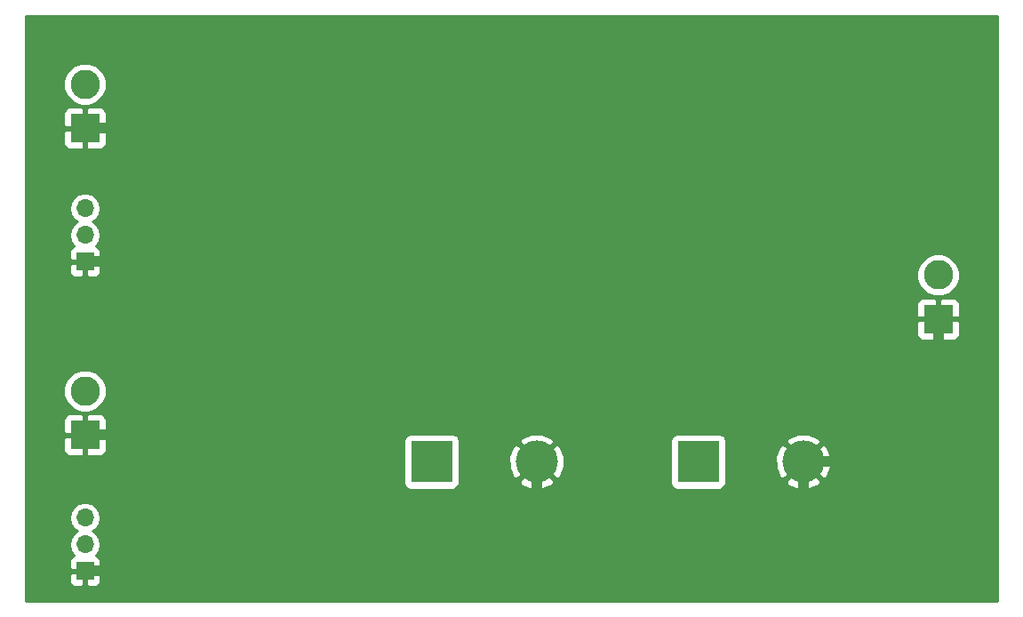
<source format=gbr>
G04 #@! TF.FileFunction,Copper,L2,Bot,Signal*
%FSLAX46Y46*%
G04 Gerber Fmt 4.6, Leading zero omitted, Abs format (unit mm)*
G04 Created by KiCad (PCBNEW 4.0.7-e2-6376~58~ubuntu16.04.1) date Fri Dec  8 16:26:48 2017*
%MOMM*%
%LPD*%
G01*
G04 APERTURE LIST*
%ADD10C,0.100000*%
%ADD11R,4.000000X4.000000*%
%ADD12C,4.000000*%
%ADD13R,2.800000X2.800000*%
%ADD14C,2.800000*%
%ADD15R,1.700000X1.700000*%
%ADD16O,1.700000X1.700000*%
%ADD17C,1.000000*%
%ADD18C,0.254000*%
G04 APERTURE END LIST*
D10*
D11*
X153670000Y-88900000D03*
D12*
X163670000Y-88900000D03*
D11*
X179070000Y-88900000D03*
D12*
X189070000Y-88900000D03*
D13*
X120650000Y-57150000D03*
D14*
X120650000Y-52950000D03*
D13*
X120650000Y-86360000D03*
D14*
X120650000Y-82160000D03*
D13*
X201930000Y-75320000D03*
D14*
X201930000Y-71120000D03*
D15*
X120650000Y-69850000D03*
D16*
X120650000Y-67310000D03*
X120650000Y-64770000D03*
D15*
X120650000Y-99314000D03*
D16*
X120650000Y-96774000D03*
X120650000Y-94234000D03*
D17*
X197104000Y-88900000D02*
X201930000Y-84074000D01*
X201930000Y-84074000D02*
X201930000Y-75320000D01*
X189070000Y-88900000D02*
X197104000Y-88900000D01*
X186182000Y-95504000D02*
X189070000Y-92616000D01*
X189070000Y-92616000D02*
X189070000Y-88900000D01*
X167445573Y-95504000D02*
X186182000Y-95504000D01*
X163670000Y-91728427D02*
X167445573Y-95504000D01*
X124968000Y-58928000D02*
X123190000Y-57150000D01*
X123190000Y-57150000D02*
X120650000Y-57150000D01*
X124968000Y-67382000D02*
X124968000Y-58928000D01*
X120650000Y-69850000D02*
X122500000Y-69850000D01*
X122500000Y-69850000D02*
X124968000Y-67382000D01*
X124714000Y-70866000D02*
X123698000Y-69850000D01*
X123698000Y-69850000D02*
X120650000Y-69850000D01*
X124714000Y-84696000D02*
X124714000Y-70866000D01*
X120650000Y-86360000D02*
X123050000Y-86360000D01*
X123050000Y-86360000D02*
X124714000Y-84696000D01*
X126492000Y-88900000D02*
X123952000Y-86360000D01*
X123952000Y-86360000D02*
X120650000Y-86360000D01*
X126492000Y-95322000D02*
X126492000Y-88900000D01*
X122500000Y-99314000D02*
X126492000Y-95322000D01*
X163670000Y-88900000D02*
X163670000Y-91728427D01*
X163670000Y-91728427D02*
X156084427Y-99314000D01*
X156084427Y-99314000D02*
X122500000Y-99314000D01*
X122500000Y-99314000D02*
X120650000Y-99314000D01*
D18*
G36*
X207570000Y-102160000D02*
X115010000Y-102160000D01*
X115010000Y-99599750D01*
X119165000Y-99599750D01*
X119165000Y-100290310D01*
X119261673Y-100523699D01*
X119440302Y-100702327D01*
X119673691Y-100799000D01*
X120364250Y-100799000D01*
X120523000Y-100640250D01*
X120523000Y-99441000D01*
X120777000Y-99441000D01*
X120777000Y-100640250D01*
X120935750Y-100799000D01*
X121626309Y-100799000D01*
X121859698Y-100702327D01*
X122038327Y-100523699D01*
X122135000Y-100290310D01*
X122135000Y-99599750D01*
X121976250Y-99441000D01*
X120777000Y-99441000D01*
X120523000Y-99441000D01*
X119323750Y-99441000D01*
X119165000Y-99599750D01*
X115010000Y-99599750D01*
X115010000Y-94234000D01*
X119135907Y-94234000D01*
X119248946Y-94802285D01*
X119570853Y-95284054D01*
X119900026Y-95504000D01*
X119570853Y-95723946D01*
X119248946Y-96205715D01*
X119135907Y-96774000D01*
X119248946Y-97342285D01*
X119570853Y-97824054D01*
X119614777Y-97853403D01*
X119440302Y-97925673D01*
X119261673Y-98104301D01*
X119165000Y-98337690D01*
X119165000Y-99028250D01*
X119323750Y-99187000D01*
X120523000Y-99187000D01*
X120523000Y-99167000D01*
X120777000Y-99167000D01*
X120777000Y-99187000D01*
X121976250Y-99187000D01*
X122135000Y-99028250D01*
X122135000Y-98337690D01*
X122038327Y-98104301D01*
X121859698Y-97925673D01*
X121685223Y-97853403D01*
X121729147Y-97824054D01*
X122051054Y-97342285D01*
X122164093Y-96774000D01*
X122051054Y-96205715D01*
X121729147Y-95723946D01*
X121399974Y-95504000D01*
X121729147Y-95284054D01*
X122051054Y-94802285D01*
X122164093Y-94234000D01*
X122051054Y-93665715D01*
X121729147Y-93183946D01*
X121247378Y-92862039D01*
X120679093Y-92749000D01*
X120620907Y-92749000D01*
X120052622Y-92862039D01*
X119570853Y-93183946D01*
X119248946Y-93665715D01*
X119135907Y-94234000D01*
X115010000Y-94234000D01*
X115010000Y-86645750D01*
X118615000Y-86645750D01*
X118615000Y-87886310D01*
X118711673Y-88119699D01*
X118890302Y-88298327D01*
X119123691Y-88395000D01*
X120364250Y-88395000D01*
X120523000Y-88236250D01*
X120523000Y-86487000D01*
X120777000Y-86487000D01*
X120777000Y-88236250D01*
X120935750Y-88395000D01*
X122176309Y-88395000D01*
X122409698Y-88298327D01*
X122588327Y-88119699D01*
X122685000Y-87886310D01*
X122685000Y-86900000D01*
X151022560Y-86900000D01*
X151022560Y-90900000D01*
X151066838Y-91135317D01*
X151205910Y-91351441D01*
X151418110Y-91496431D01*
X151670000Y-91547440D01*
X155670000Y-91547440D01*
X155905317Y-91503162D01*
X156121441Y-91364090D01*
X156266431Y-91151890D01*
X156317440Y-90900000D01*
X156317440Y-90775022D01*
X161974584Y-90775022D01*
X162195353Y-91145743D01*
X163167012Y-91539119D01*
X164215247Y-91530713D01*
X165144647Y-91145743D01*
X165365416Y-90775022D01*
X163670000Y-89079605D01*
X161974584Y-90775022D01*
X156317440Y-90775022D01*
X156317440Y-88397012D01*
X161030881Y-88397012D01*
X161039287Y-89445247D01*
X161424257Y-90374647D01*
X161794978Y-90595416D01*
X163490395Y-88900000D01*
X163849605Y-88900000D01*
X165545022Y-90595416D01*
X165915743Y-90374647D01*
X166309119Y-89402988D01*
X166300713Y-88354753D01*
X165915743Y-87425353D01*
X165545022Y-87204584D01*
X163849605Y-88900000D01*
X163490395Y-88900000D01*
X161794978Y-87204584D01*
X161424257Y-87425353D01*
X161030881Y-88397012D01*
X156317440Y-88397012D01*
X156317440Y-87024978D01*
X161974584Y-87024978D01*
X163670000Y-88720395D01*
X165365416Y-87024978D01*
X165290991Y-86900000D01*
X176422560Y-86900000D01*
X176422560Y-90900000D01*
X176466838Y-91135317D01*
X176605910Y-91351441D01*
X176818110Y-91496431D01*
X177070000Y-91547440D01*
X181070000Y-91547440D01*
X181305317Y-91503162D01*
X181521441Y-91364090D01*
X181666431Y-91151890D01*
X181717440Y-90900000D01*
X181717440Y-90775022D01*
X187374584Y-90775022D01*
X187595353Y-91145743D01*
X188567012Y-91539119D01*
X189615247Y-91530713D01*
X190544647Y-91145743D01*
X190765416Y-90775022D01*
X189070000Y-89079605D01*
X187374584Y-90775022D01*
X181717440Y-90775022D01*
X181717440Y-88397012D01*
X186430881Y-88397012D01*
X186439287Y-89445247D01*
X186824257Y-90374647D01*
X187194978Y-90595416D01*
X188890395Y-88900000D01*
X189249605Y-88900000D01*
X190945022Y-90595416D01*
X191315743Y-90374647D01*
X191709119Y-89402988D01*
X191700713Y-88354753D01*
X191315743Y-87425353D01*
X190945022Y-87204584D01*
X189249605Y-88900000D01*
X188890395Y-88900000D01*
X187194978Y-87204584D01*
X186824257Y-87425353D01*
X186430881Y-88397012D01*
X181717440Y-88397012D01*
X181717440Y-87024978D01*
X187374584Y-87024978D01*
X189070000Y-88720395D01*
X190765416Y-87024978D01*
X190544647Y-86654257D01*
X189572988Y-86260881D01*
X188524753Y-86269287D01*
X187595353Y-86654257D01*
X187374584Y-87024978D01*
X181717440Y-87024978D01*
X181717440Y-86900000D01*
X181673162Y-86664683D01*
X181534090Y-86448559D01*
X181321890Y-86303569D01*
X181070000Y-86252560D01*
X177070000Y-86252560D01*
X176834683Y-86296838D01*
X176618559Y-86435910D01*
X176473569Y-86648110D01*
X176422560Y-86900000D01*
X165290991Y-86900000D01*
X165144647Y-86654257D01*
X164172988Y-86260881D01*
X163124753Y-86269287D01*
X162195353Y-86654257D01*
X161974584Y-87024978D01*
X156317440Y-87024978D01*
X156317440Y-86900000D01*
X156273162Y-86664683D01*
X156134090Y-86448559D01*
X155921890Y-86303569D01*
X155670000Y-86252560D01*
X151670000Y-86252560D01*
X151434683Y-86296838D01*
X151218559Y-86435910D01*
X151073569Y-86648110D01*
X151022560Y-86900000D01*
X122685000Y-86900000D01*
X122685000Y-86645750D01*
X122526250Y-86487000D01*
X120777000Y-86487000D01*
X120523000Y-86487000D01*
X118773750Y-86487000D01*
X118615000Y-86645750D01*
X115010000Y-86645750D01*
X115010000Y-84833690D01*
X118615000Y-84833690D01*
X118615000Y-86074250D01*
X118773750Y-86233000D01*
X120523000Y-86233000D01*
X120523000Y-84483750D01*
X120777000Y-84483750D01*
X120777000Y-86233000D01*
X122526250Y-86233000D01*
X122685000Y-86074250D01*
X122685000Y-84833690D01*
X122588327Y-84600301D01*
X122409698Y-84421673D01*
X122176309Y-84325000D01*
X120935750Y-84325000D01*
X120777000Y-84483750D01*
X120523000Y-84483750D01*
X120364250Y-84325000D01*
X119123691Y-84325000D01*
X118890302Y-84421673D01*
X118711673Y-84600301D01*
X118615000Y-84833690D01*
X115010000Y-84833690D01*
X115010000Y-82563011D01*
X118614648Y-82563011D01*
X118923805Y-83311229D01*
X119495760Y-83884183D01*
X120243438Y-84194646D01*
X121053011Y-84195352D01*
X121801229Y-83886195D01*
X122374183Y-83314240D01*
X122684646Y-82566562D01*
X122685352Y-81756989D01*
X122376195Y-81008771D01*
X121804240Y-80435817D01*
X121056562Y-80125354D01*
X120246989Y-80124648D01*
X119498771Y-80433805D01*
X118925817Y-81005760D01*
X118615354Y-81753438D01*
X118614648Y-82563011D01*
X115010000Y-82563011D01*
X115010000Y-75605750D01*
X199895000Y-75605750D01*
X199895000Y-76846310D01*
X199991673Y-77079699D01*
X200170302Y-77258327D01*
X200403691Y-77355000D01*
X201644250Y-77355000D01*
X201803000Y-77196250D01*
X201803000Y-75447000D01*
X202057000Y-75447000D01*
X202057000Y-77196250D01*
X202215750Y-77355000D01*
X203456309Y-77355000D01*
X203689698Y-77258327D01*
X203868327Y-77079699D01*
X203965000Y-76846310D01*
X203965000Y-75605750D01*
X203806250Y-75447000D01*
X202057000Y-75447000D01*
X201803000Y-75447000D01*
X200053750Y-75447000D01*
X199895000Y-75605750D01*
X115010000Y-75605750D01*
X115010000Y-73793690D01*
X199895000Y-73793690D01*
X199895000Y-75034250D01*
X200053750Y-75193000D01*
X201803000Y-75193000D01*
X201803000Y-73443750D01*
X202057000Y-73443750D01*
X202057000Y-75193000D01*
X203806250Y-75193000D01*
X203965000Y-75034250D01*
X203965000Y-73793690D01*
X203868327Y-73560301D01*
X203689698Y-73381673D01*
X203456309Y-73285000D01*
X202215750Y-73285000D01*
X202057000Y-73443750D01*
X201803000Y-73443750D01*
X201644250Y-73285000D01*
X200403691Y-73285000D01*
X200170302Y-73381673D01*
X199991673Y-73560301D01*
X199895000Y-73793690D01*
X115010000Y-73793690D01*
X115010000Y-71523011D01*
X199894648Y-71523011D01*
X200203805Y-72271229D01*
X200775760Y-72844183D01*
X201523438Y-73154646D01*
X202333011Y-73155352D01*
X203081229Y-72846195D01*
X203654183Y-72274240D01*
X203964646Y-71526562D01*
X203965352Y-70716989D01*
X203656195Y-69968771D01*
X203084240Y-69395817D01*
X202336562Y-69085354D01*
X201526989Y-69084648D01*
X200778771Y-69393805D01*
X200205817Y-69965760D01*
X199895354Y-70713438D01*
X199894648Y-71523011D01*
X115010000Y-71523011D01*
X115010000Y-70135750D01*
X119165000Y-70135750D01*
X119165000Y-70826310D01*
X119261673Y-71059699D01*
X119440302Y-71238327D01*
X119673691Y-71335000D01*
X120364250Y-71335000D01*
X120523000Y-71176250D01*
X120523000Y-69977000D01*
X120777000Y-69977000D01*
X120777000Y-71176250D01*
X120935750Y-71335000D01*
X121626309Y-71335000D01*
X121859698Y-71238327D01*
X122038327Y-71059699D01*
X122135000Y-70826310D01*
X122135000Y-70135750D01*
X121976250Y-69977000D01*
X120777000Y-69977000D01*
X120523000Y-69977000D01*
X119323750Y-69977000D01*
X119165000Y-70135750D01*
X115010000Y-70135750D01*
X115010000Y-64770000D01*
X119135907Y-64770000D01*
X119248946Y-65338285D01*
X119570853Y-65820054D01*
X119900026Y-66040000D01*
X119570853Y-66259946D01*
X119248946Y-66741715D01*
X119135907Y-67310000D01*
X119248946Y-67878285D01*
X119570853Y-68360054D01*
X119614777Y-68389403D01*
X119440302Y-68461673D01*
X119261673Y-68640301D01*
X119165000Y-68873690D01*
X119165000Y-69564250D01*
X119323750Y-69723000D01*
X120523000Y-69723000D01*
X120523000Y-69703000D01*
X120777000Y-69703000D01*
X120777000Y-69723000D01*
X121976250Y-69723000D01*
X122135000Y-69564250D01*
X122135000Y-68873690D01*
X122038327Y-68640301D01*
X121859698Y-68461673D01*
X121685223Y-68389403D01*
X121729147Y-68360054D01*
X122051054Y-67878285D01*
X122164093Y-67310000D01*
X122051054Y-66741715D01*
X121729147Y-66259946D01*
X121399974Y-66040000D01*
X121729147Y-65820054D01*
X122051054Y-65338285D01*
X122164093Y-64770000D01*
X122051054Y-64201715D01*
X121729147Y-63719946D01*
X121247378Y-63398039D01*
X120679093Y-63285000D01*
X120620907Y-63285000D01*
X120052622Y-63398039D01*
X119570853Y-63719946D01*
X119248946Y-64201715D01*
X119135907Y-64770000D01*
X115010000Y-64770000D01*
X115010000Y-57435750D01*
X118615000Y-57435750D01*
X118615000Y-58676310D01*
X118711673Y-58909699D01*
X118890302Y-59088327D01*
X119123691Y-59185000D01*
X120364250Y-59185000D01*
X120523000Y-59026250D01*
X120523000Y-57277000D01*
X120777000Y-57277000D01*
X120777000Y-59026250D01*
X120935750Y-59185000D01*
X122176309Y-59185000D01*
X122409698Y-59088327D01*
X122588327Y-58909699D01*
X122685000Y-58676310D01*
X122685000Y-57435750D01*
X122526250Y-57277000D01*
X120777000Y-57277000D01*
X120523000Y-57277000D01*
X118773750Y-57277000D01*
X118615000Y-57435750D01*
X115010000Y-57435750D01*
X115010000Y-55623690D01*
X118615000Y-55623690D01*
X118615000Y-56864250D01*
X118773750Y-57023000D01*
X120523000Y-57023000D01*
X120523000Y-55273750D01*
X120777000Y-55273750D01*
X120777000Y-57023000D01*
X122526250Y-57023000D01*
X122685000Y-56864250D01*
X122685000Y-55623690D01*
X122588327Y-55390301D01*
X122409698Y-55211673D01*
X122176309Y-55115000D01*
X120935750Y-55115000D01*
X120777000Y-55273750D01*
X120523000Y-55273750D01*
X120364250Y-55115000D01*
X119123691Y-55115000D01*
X118890302Y-55211673D01*
X118711673Y-55390301D01*
X118615000Y-55623690D01*
X115010000Y-55623690D01*
X115010000Y-53353011D01*
X118614648Y-53353011D01*
X118923805Y-54101229D01*
X119495760Y-54674183D01*
X120243438Y-54984646D01*
X121053011Y-54985352D01*
X121801229Y-54676195D01*
X122374183Y-54104240D01*
X122684646Y-53356562D01*
X122685352Y-52546989D01*
X122376195Y-51798771D01*
X121804240Y-51225817D01*
X121056562Y-50915354D01*
X120246989Y-50914648D01*
X119498771Y-51223805D01*
X118925817Y-51795760D01*
X118615354Y-52543438D01*
X118614648Y-53353011D01*
X115010000Y-53353011D01*
X115010000Y-46430000D01*
X207570000Y-46430000D01*
X207570000Y-102160000D01*
X207570000Y-102160000D01*
G37*
X207570000Y-102160000D02*
X115010000Y-102160000D01*
X115010000Y-99599750D01*
X119165000Y-99599750D01*
X119165000Y-100290310D01*
X119261673Y-100523699D01*
X119440302Y-100702327D01*
X119673691Y-100799000D01*
X120364250Y-100799000D01*
X120523000Y-100640250D01*
X120523000Y-99441000D01*
X120777000Y-99441000D01*
X120777000Y-100640250D01*
X120935750Y-100799000D01*
X121626309Y-100799000D01*
X121859698Y-100702327D01*
X122038327Y-100523699D01*
X122135000Y-100290310D01*
X122135000Y-99599750D01*
X121976250Y-99441000D01*
X120777000Y-99441000D01*
X120523000Y-99441000D01*
X119323750Y-99441000D01*
X119165000Y-99599750D01*
X115010000Y-99599750D01*
X115010000Y-94234000D01*
X119135907Y-94234000D01*
X119248946Y-94802285D01*
X119570853Y-95284054D01*
X119900026Y-95504000D01*
X119570853Y-95723946D01*
X119248946Y-96205715D01*
X119135907Y-96774000D01*
X119248946Y-97342285D01*
X119570853Y-97824054D01*
X119614777Y-97853403D01*
X119440302Y-97925673D01*
X119261673Y-98104301D01*
X119165000Y-98337690D01*
X119165000Y-99028250D01*
X119323750Y-99187000D01*
X120523000Y-99187000D01*
X120523000Y-99167000D01*
X120777000Y-99167000D01*
X120777000Y-99187000D01*
X121976250Y-99187000D01*
X122135000Y-99028250D01*
X122135000Y-98337690D01*
X122038327Y-98104301D01*
X121859698Y-97925673D01*
X121685223Y-97853403D01*
X121729147Y-97824054D01*
X122051054Y-97342285D01*
X122164093Y-96774000D01*
X122051054Y-96205715D01*
X121729147Y-95723946D01*
X121399974Y-95504000D01*
X121729147Y-95284054D01*
X122051054Y-94802285D01*
X122164093Y-94234000D01*
X122051054Y-93665715D01*
X121729147Y-93183946D01*
X121247378Y-92862039D01*
X120679093Y-92749000D01*
X120620907Y-92749000D01*
X120052622Y-92862039D01*
X119570853Y-93183946D01*
X119248946Y-93665715D01*
X119135907Y-94234000D01*
X115010000Y-94234000D01*
X115010000Y-86645750D01*
X118615000Y-86645750D01*
X118615000Y-87886310D01*
X118711673Y-88119699D01*
X118890302Y-88298327D01*
X119123691Y-88395000D01*
X120364250Y-88395000D01*
X120523000Y-88236250D01*
X120523000Y-86487000D01*
X120777000Y-86487000D01*
X120777000Y-88236250D01*
X120935750Y-88395000D01*
X122176309Y-88395000D01*
X122409698Y-88298327D01*
X122588327Y-88119699D01*
X122685000Y-87886310D01*
X122685000Y-86900000D01*
X151022560Y-86900000D01*
X151022560Y-90900000D01*
X151066838Y-91135317D01*
X151205910Y-91351441D01*
X151418110Y-91496431D01*
X151670000Y-91547440D01*
X155670000Y-91547440D01*
X155905317Y-91503162D01*
X156121441Y-91364090D01*
X156266431Y-91151890D01*
X156317440Y-90900000D01*
X156317440Y-90775022D01*
X161974584Y-90775022D01*
X162195353Y-91145743D01*
X163167012Y-91539119D01*
X164215247Y-91530713D01*
X165144647Y-91145743D01*
X165365416Y-90775022D01*
X163670000Y-89079605D01*
X161974584Y-90775022D01*
X156317440Y-90775022D01*
X156317440Y-88397012D01*
X161030881Y-88397012D01*
X161039287Y-89445247D01*
X161424257Y-90374647D01*
X161794978Y-90595416D01*
X163490395Y-88900000D01*
X163849605Y-88900000D01*
X165545022Y-90595416D01*
X165915743Y-90374647D01*
X166309119Y-89402988D01*
X166300713Y-88354753D01*
X165915743Y-87425353D01*
X165545022Y-87204584D01*
X163849605Y-88900000D01*
X163490395Y-88900000D01*
X161794978Y-87204584D01*
X161424257Y-87425353D01*
X161030881Y-88397012D01*
X156317440Y-88397012D01*
X156317440Y-87024978D01*
X161974584Y-87024978D01*
X163670000Y-88720395D01*
X165365416Y-87024978D01*
X165290991Y-86900000D01*
X176422560Y-86900000D01*
X176422560Y-90900000D01*
X176466838Y-91135317D01*
X176605910Y-91351441D01*
X176818110Y-91496431D01*
X177070000Y-91547440D01*
X181070000Y-91547440D01*
X181305317Y-91503162D01*
X181521441Y-91364090D01*
X181666431Y-91151890D01*
X181717440Y-90900000D01*
X181717440Y-90775022D01*
X187374584Y-90775022D01*
X187595353Y-91145743D01*
X188567012Y-91539119D01*
X189615247Y-91530713D01*
X190544647Y-91145743D01*
X190765416Y-90775022D01*
X189070000Y-89079605D01*
X187374584Y-90775022D01*
X181717440Y-90775022D01*
X181717440Y-88397012D01*
X186430881Y-88397012D01*
X186439287Y-89445247D01*
X186824257Y-90374647D01*
X187194978Y-90595416D01*
X188890395Y-88900000D01*
X189249605Y-88900000D01*
X190945022Y-90595416D01*
X191315743Y-90374647D01*
X191709119Y-89402988D01*
X191700713Y-88354753D01*
X191315743Y-87425353D01*
X190945022Y-87204584D01*
X189249605Y-88900000D01*
X188890395Y-88900000D01*
X187194978Y-87204584D01*
X186824257Y-87425353D01*
X186430881Y-88397012D01*
X181717440Y-88397012D01*
X181717440Y-87024978D01*
X187374584Y-87024978D01*
X189070000Y-88720395D01*
X190765416Y-87024978D01*
X190544647Y-86654257D01*
X189572988Y-86260881D01*
X188524753Y-86269287D01*
X187595353Y-86654257D01*
X187374584Y-87024978D01*
X181717440Y-87024978D01*
X181717440Y-86900000D01*
X181673162Y-86664683D01*
X181534090Y-86448559D01*
X181321890Y-86303569D01*
X181070000Y-86252560D01*
X177070000Y-86252560D01*
X176834683Y-86296838D01*
X176618559Y-86435910D01*
X176473569Y-86648110D01*
X176422560Y-86900000D01*
X165290991Y-86900000D01*
X165144647Y-86654257D01*
X164172988Y-86260881D01*
X163124753Y-86269287D01*
X162195353Y-86654257D01*
X161974584Y-87024978D01*
X156317440Y-87024978D01*
X156317440Y-86900000D01*
X156273162Y-86664683D01*
X156134090Y-86448559D01*
X155921890Y-86303569D01*
X155670000Y-86252560D01*
X151670000Y-86252560D01*
X151434683Y-86296838D01*
X151218559Y-86435910D01*
X151073569Y-86648110D01*
X151022560Y-86900000D01*
X122685000Y-86900000D01*
X122685000Y-86645750D01*
X122526250Y-86487000D01*
X120777000Y-86487000D01*
X120523000Y-86487000D01*
X118773750Y-86487000D01*
X118615000Y-86645750D01*
X115010000Y-86645750D01*
X115010000Y-84833690D01*
X118615000Y-84833690D01*
X118615000Y-86074250D01*
X118773750Y-86233000D01*
X120523000Y-86233000D01*
X120523000Y-84483750D01*
X120777000Y-84483750D01*
X120777000Y-86233000D01*
X122526250Y-86233000D01*
X122685000Y-86074250D01*
X122685000Y-84833690D01*
X122588327Y-84600301D01*
X122409698Y-84421673D01*
X122176309Y-84325000D01*
X120935750Y-84325000D01*
X120777000Y-84483750D01*
X120523000Y-84483750D01*
X120364250Y-84325000D01*
X119123691Y-84325000D01*
X118890302Y-84421673D01*
X118711673Y-84600301D01*
X118615000Y-84833690D01*
X115010000Y-84833690D01*
X115010000Y-82563011D01*
X118614648Y-82563011D01*
X118923805Y-83311229D01*
X119495760Y-83884183D01*
X120243438Y-84194646D01*
X121053011Y-84195352D01*
X121801229Y-83886195D01*
X122374183Y-83314240D01*
X122684646Y-82566562D01*
X122685352Y-81756989D01*
X122376195Y-81008771D01*
X121804240Y-80435817D01*
X121056562Y-80125354D01*
X120246989Y-80124648D01*
X119498771Y-80433805D01*
X118925817Y-81005760D01*
X118615354Y-81753438D01*
X118614648Y-82563011D01*
X115010000Y-82563011D01*
X115010000Y-75605750D01*
X199895000Y-75605750D01*
X199895000Y-76846310D01*
X199991673Y-77079699D01*
X200170302Y-77258327D01*
X200403691Y-77355000D01*
X201644250Y-77355000D01*
X201803000Y-77196250D01*
X201803000Y-75447000D01*
X202057000Y-75447000D01*
X202057000Y-77196250D01*
X202215750Y-77355000D01*
X203456309Y-77355000D01*
X203689698Y-77258327D01*
X203868327Y-77079699D01*
X203965000Y-76846310D01*
X203965000Y-75605750D01*
X203806250Y-75447000D01*
X202057000Y-75447000D01*
X201803000Y-75447000D01*
X200053750Y-75447000D01*
X199895000Y-75605750D01*
X115010000Y-75605750D01*
X115010000Y-73793690D01*
X199895000Y-73793690D01*
X199895000Y-75034250D01*
X200053750Y-75193000D01*
X201803000Y-75193000D01*
X201803000Y-73443750D01*
X202057000Y-73443750D01*
X202057000Y-75193000D01*
X203806250Y-75193000D01*
X203965000Y-75034250D01*
X203965000Y-73793690D01*
X203868327Y-73560301D01*
X203689698Y-73381673D01*
X203456309Y-73285000D01*
X202215750Y-73285000D01*
X202057000Y-73443750D01*
X201803000Y-73443750D01*
X201644250Y-73285000D01*
X200403691Y-73285000D01*
X200170302Y-73381673D01*
X199991673Y-73560301D01*
X199895000Y-73793690D01*
X115010000Y-73793690D01*
X115010000Y-71523011D01*
X199894648Y-71523011D01*
X200203805Y-72271229D01*
X200775760Y-72844183D01*
X201523438Y-73154646D01*
X202333011Y-73155352D01*
X203081229Y-72846195D01*
X203654183Y-72274240D01*
X203964646Y-71526562D01*
X203965352Y-70716989D01*
X203656195Y-69968771D01*
X203084240Y-69395817D01*
X202336562Y-69085354D01*
X201526989Y-69084648D01*
X200778771Y-69393805D01*
X200205817Y-69965760D01*
X199895354Y-70713438D01*
X199894648Y-71523011D01*
X115010000Y-71523011D01*
X115010000Y-70135750D01*
X119165000Y-70135750D01*
X119165000Y-70826310D01*
X119261673Y-71059699D01*
X119440302Y-71238327D01*
X119673691Y-71335000D01*
X120364250Y-71335000D01*
X120523000Y-71176250D01*
X120523000Y-69977000D01*
X120777000Y-69977000D01*
X120777000Y-71176250D01*
X120935750Y-71335000D01*
X121626309Y-71335000D01*
X121859698Y-71238327D01*
X122038327Y-71059699D01*
X122135000Y-70826310D01*
X122135000Y-70135750D01*
X121976250Y-69977000D01*
X120777000Y-69977000D01*
X120523000Y-69977000D01*
X119323750Y-69977000D01*
X119165000Y-70135750D01*
X115010000Y-70135750D01*
X115010000Y-64770000D01*
X119135907Y-64770000D01*
X119248946Y-65338285D01*
X119570853Y-65820054D01*
X119900026Y-66040000D01*
X119570853Y-66259946D01*
X119248946Y-66741715D01*
X119135907Y-67310000D01*
X119248946Y-67878285D01*
X119570853Y-68360054D01*
X119614777Y-68389403D01*
X119440302Y-68461673D01*
X119261673Y-68640301D01*
X119165000Y-68873690D01*
X119165000Y-69564250D01*
X119323750Y-69723000D01*
X120523000Y-69723000D01*
X120523000Y-69703000D01*
X120777000Y-69703000D01*
X120777000Y-69723000D01*
X121976250Y-69723000D01*
X122135000Y-69564250D01*
X122135000Y-68873690D01*
X122038327Y-68640301D01*
X121859698Y-68461673D01*
X121685223Y-68389403D01*
X121729147Y-68360054D01*
X122051054Y-67878285D01*
X122164093Y-67310000D01*
X122051054Y-66741715D01*
X121729147Y-66259946D01*
X121399974Y-66040000D01*
X121729147Y-65820054D01*
X122051054Y-65338285D01*
X122164093Y-64770000D01*
X122051054Y-64201715D01*
X121729147Y-63719946D01*
X121247378Y-63398039D01*
X120679093Y-63285000D01*
X120620907Y-63285000D01*
X120052622Y-63398039D01*
X119570853Y-63719946D01*
X119248946Y-64201715D01*
X119135907Y-64770000D01*
X115010000Y-64770000D01*
X115010000Y-57435750D01*
X118615000Y-57435750D01*
X118615000Y-58676310D01*
X118711673Y-58909699D01*
X118890302Y-59088327D01*
X119123691Y-59185000D01*
X120364250Y-59185000D01*
X120523000Y-59026250D01*
X120523000Y-57277000D01*
X120777000Y-57277000D01*
X120777000Y-59026250D01*
X120935750Y-59185000D01*
X122176309Y-59185000D01*
X122409698Y-59088327D01*
X122588327Y-58909699D01*
X122685000Y-58676310D01*
X122685000Y-57435750D01*
X122526250Y-57277000D01*
X120777000Y-57277000D01*
X120523000Y-57277000D01*
X118773750Y-57277000D01*
X118615000Y-57435750D01*
X115010000Y-57435750D01*
X115010000Y-55623690D01*
X118615000Y-55623690D01*
X118615000Y-56864250D01*
X118773750Y-57023000D01*
X120523000Y-57023000D01*
X120523000Y-55273750D01*
X120777000Y-55273750D01*
X120777000Y-57023000D01*
X122526250Y-57023000D01*
X122685000Y-56864250D01*
X122685000Y-55623690D01*
X122588327Y-55390301D01*
X122409698Y-55211673D01*
X122176309Y-55115000D01*
X120935750Y-55115000D01*
X120777000Y-55273750D01*
X120523000Y-55273750D01*
X120364250Y-55115000D01*
X119123691Y-55115000D01*
X118890302Y-55211673D01*
X118711673Y-55390301D01*
X118615000Y-55623690D01*
X115010000Y-55623690D01*
X115010000Y-53353011D01*
X118614648Y-53353011D01*
X118923805Y-54101229D01*
X119495760Y-54674183D01*
X120243438Y-54984646D01*
X121053011Y-54985352D01*
X121801229Y-54676195D01*
X122374183Y-54104240D01*
X122684646Y-53356562D01*
X122685352Y-52546989D01*
X122376195Y-51798771D01*
X121804240Y-51225817D01*
X121056562Y-50915354D01*
X120246989Y-50914648D01*
X119498771Y-51223805D01*
X118925817Y-51795760D01*
X118615354Y-52543438D01*
X118614648Y-53353011D01*
X115010000Y-53353011D01*
X115010000Y-46430000D01*
X207570000Y-46430000D01*
X207570000Y-102160000D01*
M02*

</source>
